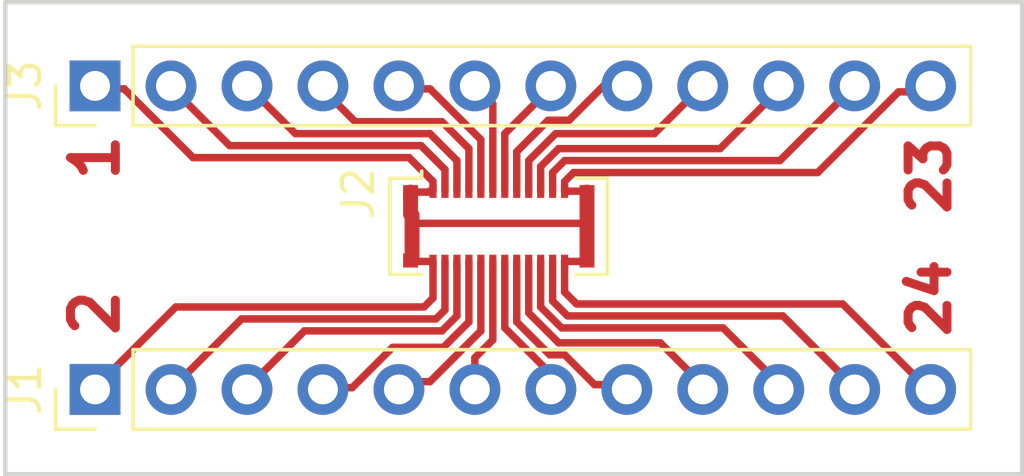
<source format=kicad_pcb>
(kicad_pcb (version 20171130) (host pcbnew 5.1.2+dfsg1-1)

  (general
    (thickness 1.6)
    (drawings 8)
    (tracks 111)
    (zones 0)
    (modules 3)
    (nets 22)
  )

  (page A4)
  (layers
    (0 F.Cu signal)
    (31 B.Cu signal)
    (32 B.Adhes user)
    (33 F.Adhes user)
    (34 B.Paste user)
    (35 F.Paste user)
    (36 B.SilkS user)
    (37 F.SilkS user)
    (38 B.Mask user)
    (39 F.Mask user)
    (40 Dwgs.User user)
    (41 Cmts.User user)
    (42 Eco1.User user)
    (43 Eco2.User user)
    (44 Edge.Cuts user)
    (45 Margin user)
    (46 B.CrtYd user)
    (47 F.CrtYd user)
    (48 B.Fab user)
    (49 F.Fab user)
  )

  (setup
    (last_trace_width 0.25)
    (user_trace_width 0.25)
    (user_trace_width 0.5)
    (trace_clearance 0.15)
    (zone_clearance 0.254)
    (zone_45_only no)
    (trace_min 0.2)
    (via_size 0.7)
    (via_drill 0.4)
    (via_min_size 0.4)
    (via_min_drill 0.3)
    (uvia_size 0.3)
    (uvia_drill 0.1)
    (uvias_allowed no)
    (uvia_min_size 0.2)
    (uvia_min_drill 0.1)
    (edge_width 0.15)
    (segment_width 0.2)
    (pcb_text_width 0.3)
    (pcb_text_size 1.5 1.5)
    (mod_edge_width 0.15)
    (mod_text_size 1 1)
    (mod_text_width 0.15)
    (pad_size 1.7 1.7)
    (pad_drill 1)
    (pad_to_mask_clearance 0.051)
    (solder_mask_min_width 0.25)
    (aux_axis_origin 0 0)
    (visible_elements FFFFFF7F)
    (pcbplotparams
      (layerselection 0x010a8_7fffffff)
      (usegerberextensions false)
      (usegerberattributes false)
      (usegerberadvancedattributes false)
      (creategerberjobfile false)
      (excludeedgelayer true)
      (linewidth 0.100000)
      (plotframeref false)
      (viasonmask false)
      (mode 1)
      (useauxorigin false)
      (hpglpennumber 1)
      (hpglpenspeed 20)
      (hpglpendiameter 15.000000)
      (psnegative false)
      (psa4output false)
      (plotreference true)
      (plotvalue true)
      (plotinvisibletext false)
      (padsonsilk false)
      (subtractmaskfromsilk false)
      (outputformat 1)
      (mirror false)
      (drillshape 0)
      (scaleselection 1)
      (outputdirectory "Gerber/"))
  )

  (net 0 "")
  (net 1 "Net-(J1-Pad4)")
  (net 2 "Net-(J1-Pad3)")
  (net 3 "Net-(J1-Pad2)")
  (net 4 "Net-(J1-Pad7)")
  (net 5 "Net-(J1-Pad10)")
  (net 6 "Net-(J1-Pad11)")
  (net 7 "Net-(J1-Pad9)")
  (net 8 "Net-(J2-Pad3)")
  (net 9 "Net-(J2-Pad5)")
  (net 10 "Net-(J2-Pad7)")
  (net 11 "Net-(J2-Pad9)")
  (net 12 "Net-(J2-Pad11)")
  (net 13 "Net-(J2-Pad13)")
  (net 14 "Net-(J2-Pad15)")
  (net 15 "Net-(J2-Pad17)")
  (net 16 "Net-(J2-Pad19)")
  (net 17 "Net-(J2-Pad21)")
  (net 18 "Net-(J1-Pad5)")
  (net 19 "Net-(J1-Pad6)")
  (net 20 "Net-(J1-Pad8)")
  (net 21 GND)

  (net_class Default "This is the default net class."
    (clearance 0.15)
    (trace_width 0.25)
    (via_dia 0.7)
    (via_drill 0.4)
    (uvia_dia 0.3)
    (uvia_drill 0.1)
    (add_net GND)
    (add_net "Net-(J1-Pad10)")
    (add_net "Net-(J1-Pad11)")
    (add_net "Net-(J1-Pad2)")
    (add_net "Net-(J1-Pad3)")
    (add_net "Net-(J1-Pad4)")
    (add_net "Net-(J1-Pad5)")
    (add_net "Net-(J1-Pad6)")
    (add_net "Net-(J1-Pad7)")
    (add_net "Net-(J1-Pad8)")
    (add_net "Net-(J1-Pad9)")
    (add_net "Net-(J2-Pad11)")
    (add_net "Net-(J2-Pad13)")
    (add_net "Net-(J2-Pad15)")
    (add_net "Net-(J2-Pad17)")
    (add_net "Net-(J2-Pad19)")
    (add_net "Net-(J2-Pad21)")
    (add_net "Net-(J2-Pad3)")
    (add_net "Net-(J2-Pad5)")
    (add_net "Net-(J2-Pad7)")
    (add_net "Net-(J2-Pad9)")
  )

  (net_class Power ""
    (clearance 0.15)
    (trace_width 0.5)
    (via_dia 0.8)
    (via_drill 0.4)
    (uvia_dia 0.3)
    (uvia_drill 0.1)
  )

  (module Connector_PinHeader_2.54mm:PinHeader_1x12_P2.54mm_Vertical (layer F.Cu) (tedit 59FED5CC) (tstamp 5CE6FC8A)
    (at 3 2.8 90)
    (descr "Through hole straight pin header, 1x12, 2.54mm pitch, single row")
    (tags "Through hole pin header THT 1x12 2.54mm single row")
    (path /5CE8028E)
    (fp_text reference J3 (at 0 -2.33 90) (layer F.SilkS)
      (effects (font (size 1 1) (thickness 0.15)))
    )
    (fp_text value Conn_01x12 (at 0 30.27 90) (layer F.Fab) hide
      (effects (font (size 1 1) (thickness 0.15)))
    )
    (fp_text user %R (at 0 13.97) (layer F.Fab)
      (effects (font (size 1 1) (thickness 0.15)))
    )
    (fp_line (start 1.8 -1.8) (end -1.8 -1.8) (layer F.CrtYd) (width 0.05))
    (fp_line (start 1.8 29.75) (end 1.8 -1.8) (layer F.CrtYd) (width 0.05))
    (fp_line (start -1.8 29.75) (end 1.8 29.75) (layer F.CrtYd) (width 0.05))
    (fp_line (start -1.8 -1.8) (end -1.8 29.75) (layer F.CrtYd) (width 0.05))
    (fp_line (start -1.33 -1.33) (end 0 -1.33) (layer F.SilkS) (width 0.12))
    (fp_line (start -1.33 0) (end -1.33 -1.33) (layer F.SilkS) (width 0.12))
    (fp_line (start -1.33 1.27) (end 1.33 1.27) (layer F.SilkS) (width 0.12))
    (fp_line (start 1.33 1.27) (end 1.33 29.27) (layer F.SilkS) (width 0.12))
    (fp_line (start -1.33 1.27) (end -1.33 29.27) (layer F.SilkS) (width 0.12))
    (fp_line (start -1.33 29.27) (end 1.33 29.27) (layer F.SilkS) (width 0.12))
    (fp_line (start -1.27 -0.635) (end -0.635 -1.27) (layer F.Fab) (width 0.1))
    (fp_line (start -1.27 29.21) (end -1.27 -0.635) (layer F.Fab) (width 0.1))
    (fp_line (start 1.27 29.21) (end -1.27 29.21) (layer F.Fab) (width 0.1))
    (fp_line (start 1.27 -1.27) (end 1.27 29.21) (layer F.Fab) (width 0.1))
    (fp_line (start -0.635 -1.27) (end 1.27 -1.27) (layer F.Fab) (width 0.1))
    (pad 12 thru_hole oval (at 0 27.94 90) (size 1.7 1.7) (drill 1) (layers *.Cu *.Mask)
      (net 21 GND))
    (pad 11 thru_hole oval (at 0 25.4 90) (size 1.7 1.7) (drill 1) (layers *.Cu *.Mask)
      (net 17 "Net-(J2-Pad21)"))
    (pad 10 thru_hole oval (at 0 22.86 90) (size 1.7 1.7) (drill 1) (layers *.Cu *.Mask)
      (net 16 "Net-(J2-Pad19)"))
    (pad 9 thru_hole oval (at 0 20.32 90) (size 1.7 1.7) (drill 1) (layers *.Cu *.Mask)
      (net 15 "Net-(J2-Pad17)"))
    (pad 8 thru_hole oval (at 0 17.78 90) (size 1.7 1.7) (drill 1) (layers *.Cu *.Mask)
      (net 14 "Net-(J2-Pad15)"))
    (pad 7 thru_hole oval (at 0 15.24 90) (size 1.7 1.7) (drill 1) (layers *.Cu *.Mask)
      (net 13 "Net-(J2-Pad13)"))
    (pad 6 thru_hole oval (at 0 12.7 90) (size 1.7 1.7) (drill 1) (layers *.Cu *.Mask)
      (net 12 "Net-(J2-Pad11)"))
    (pad 5 thru_hole oval (at 0 10.16 90) (size 1.7 1.7) (drill 1) (layers *.Cu *.Mask)
      (net 11 "Net-(J2-Pad9)"))
    (pad 4 thru_hole oval (at 0 7.62 90) (size 1.7 1.7) (drill 1) (layers *.Cu *.Mask)
      (net 10 "Net-(J2-Pad7)"))
    (pad 3 thru_hole oval (at 0 5.08 90) (size 1.7 1.7) (drill 1) (layers *.Cu *.Mask)
      (net 9 "Net-(J2-Pad5)"))
    (pad 2 thru_hole oval (at 0 2.54 90) (size 1.7 1.7) (drill 1) (layers *.Cu *.Mask)
      (net 8 "Net-(J2-Pad3)"))
    (pad 1 thru_hole rect (at 0 0 90) (size 1.7 1.7) (drill 1) (layers *.Cu *.Mask)
      (net 21 GND))
    (model ${KISYS3DMOD}/Connector_PinHeader_2.54mm.3dshapes/PinHeader_1x12_P2.54mm_Vertical.wrl
      (at (xyz 0 0 0))
      (scale (xyz 1 1 1))
      (rotate (xyz 0 0 0))
    )
  )

  (module Connector_PinHeader_2.54mm:PinHeader_1x12_P2.54mm_Vertical (layer F.Cu) (tedit 59FED5CC) (tstamp 5CE7068F)
    (at 3 12.96 90)
    (descr "Through hole straight pin header, 1x12, 2.54mm pitch, single row")
    (tags "Through hole pin header THT 1x12 2.54mm single row")
    (path /5CE7EFE1)
    (fp_text reference J1 (at 0 -2.33 90) (layer F.SilkS)
      (effects (font (size 1 1) (thickness 0.15)))
    )
    (fp_text value Conn_01x12 (at -1.94 28.7 90) (layer F.Fab) hide
      (effects (font (size 1 1) (thickness 0.15)))
    )
    (fp_text user %R (at 0 13.97) (layer F.Fab)
      (effects (font (size 1 1) (thickness 0.15)))
    )
    (fp_line (start 1.8 -1.8) (end -1.8 -1.8) (layer F.CrtYd) (width 0.05))
    (fp_line (start 1.8 29.75) (end 1.8 -1.8) (layer F.CrtYd) (width 0.05))
    (fp_line (start -1.8 29.75) (end 1.8 29.75) (layer F.CrtYd) (width 0.05))
    (fp_line (start -1.8 -1.8) (end -1.8 29.75) (layer F.CrtYd) (width 0.05))
    (fp_line (start -1.33 -1.33) (end 0 -1.33) (layer F.SilkS) (width 0.12))
    (fp_line (start -1.33 0) (end -1.33 -1.33) (layer F.SilkS) (width 0.12))
    (fp_line (start -1.33 1.27) (end 1.33 1.27) (layer F.SilkS) (width 0.12))
    (fp_line (start 1.33 1.27) (end 1.33 29.27) (layer F.SilkS) (width 0.12))
    (fp_line (start -1.33 1.27) (end -1.33 29.27) (layer F.SilkS) (width 0.12))
    (fp_line (start -1.33 29.27) (end 1.33 29.27) (layer F.SilkS) (width 0.12))
    (fp_line (start -1.27 -0.635) (end -0.635 -1.27) (layer F.Fab) (width 0.1))
    (fp_line (start -1.27 29.21) (end -1.27 -0.635) (layer F.Fab) (width 0.1))
    (fp_line (start 1.27 29.21) (end -1.27 29.21) (layer F.Fab) (width 0.1))
    (fp_line (start 1.27 -1.27) (end 1.27 29.21) (layer F.Fab) (width 0.1))
    (fp_line (start -0.635 -1.27) (end 1.27 -1.27) (layer F.Fab) (width 0.1))
    (pad 12 thru_hole oval (at 0 27.94 90) (size 1.7 1.7) (drill 1) (layers *.Cu *.Mask)
      (net 21 GND))
    (pad 11 thru_hole oval (at 0 25.4 90) (size 1.7 1.7) (drill 1) (layers *.Cu *.Mask)
      (net 6 "Net-(J1-Pad11)"))
    (pad 10 thru_hole oval (at 0 22.86 90) (size 1.7 1.7) (drill 1) (layers *.Cu *.Mask)
      (net 5 "Net-(J1-Pad10)"))
    (pad 9 thru_hole oval (at 0 20.32 90) (size 1.7 1.7) (drill 1) (layers *.Cu *.Mask)
      (net 7 "Net-(J1-Pad9)"))
    (pad 8 thru_hole oval (at 0 17.78 90) (size 1.7 1.7) (drill 1) (layers *.Cu *.Mask)
      (net 20 "Net-(J1-Pad8)"))
    (pad 7 thru_hole oval (at 0 15.24 90) (size 1.7 1.7) (drill 1) (layers *.Cu *.Mask)
      (net 4 "Net-(J1-Pad7)"))
    (pad 6 thru_hole oval (at 0 12.7 90) (size 1.7 1.7) (drill 1) (layers *.Cu *.Mask)
      (net 19 "Net-(J1-Pad6)"))
    (pad 5 thru_hole oval (at 0 10.16 90) (size 1.7 1.7) (drill 1) (layers *.Cu *.Mask)
      (net 18 "Net-(J1-Pad5)"))
    (pad 4 thru_hole oval (at 0 7.62 90) (size 1.7 1.7) (drill 1) (layers *.Cu *.Mask)
      (net 1 "Net-(J1-Pad4)"))
    (pad 3 thru_hole oval (at 0 5.08 90) (size 1.7 1.7) (drill 1) (layers *.Cu *.Mask)
      (net 2 "Net-(J1-Pad3)"))
    (pad 2 thru_hole oval (at 0 2.54 90) (size 1.7 1.7) (drill 1) (layers *.Cu *.Mask)
      (net 3 "Net-(J1-Pad2)"))
    (pad 1 thru_hole rect (at 0 0 90) (size 1.7 1.7) (drill 1) (layers *.Cu *.Mask)
      (net 21 GND))
    (model ${KISYS3DMOD}/Connector_PinHeader_2.54mm.3dshapes/PinHeader_1x12_P2.54mm_Vertical.wrl
      (at (xyz 0 0 0))
      (scale (xyz 1 1 1))
      (rotate (xyz 0 0 0))
    )
  )

  (module localstuff:Molex_SlimStack_503772-24 (layer F.Cu) (tedit 5CE19816) (tstamp 5CE701C7)
    (at 16.5 7.5)
    (descr "Molex SlimStack Fine-Pitch SMT Board-to-Board Connectors, 503772-2420, 24 Pins (http://www.molex.com/pdm_docs/sd/5037722420_sd.pdf), generated with kicad-footprint-generator")
    (tags "connector Molex SlimStack vertical")
    (path /5CC3E238)
    (attr smd)
    (fp_text reference J2 (at -4.7 -1.1 270) (layer F.SilkS)
      (effects (font (size 1 1) (thickness 0.15)))
    )
    (fp_text value Moat_Bus_wire (at -9.5 0) (layer F.Fab)
      (effects (font (size 1 1) (thickness 0.15)))
    )
    (fp_line (start 2.025 -0.95) (end 2.025 -0.22) (layer Dwgs.User) (width 0.02))
    (fp_line (start 2.025 -0.22) (end 2.375 -0.22) (layer Dwgs.User) (width 0.02))
    (fp_line (start 2.375 -0.22) (end 2.375 -0.95) (layer Dwgs.User) (width 0.02))
    (fp_line (start 2.375 -0.95) (end 2.025 -0.95) (layer Dwgs.User) (width 0.02))
    (fp_line (start 1.625 -0.95) (end 1.625 -0.22) (layer Dwgs.User) (width 0.02))
    (fp_line (start 1.625 -0.22) (end 1.975 -0.22) (layer Dwgs.User) (width 0.02))
    (fp_line (start 1.975 -0.22) (end 1.975 -0.95) (layer Dwgs.User) (width 0.02))
    (fp_line (start 1.975 -0.95) (end 1.625 -0.95) (layer Dwgs.User) (width 0.02))
    (fp_line (start 1.225 -0.95) (end 1.225 -0.22) (layer Dwgs.User) (width 0.02))
    (fp_line (start 1.225 -0.22) (end 1.575 -0.22) (layer Dwgs.User) (width 0.02))
    (fp_line (start 1.575 -0.22) (end 1.575 -0.95) (layer Dwgs.User) (width 0.02))
    (fp_line (start 1.575 -0.95) (end 1.225 -0.95) (layer Dwgs.User) (width 0.02))
    (fp_line (start 0.825 -0.95) (end 0.825 -0.22) (layer Dwgs.User) (width 0.02))
    (fp_line (start 0.825 -0.22) (end 1.175 -0.22) (layer Dwgs.User) (width 0.02))
    (fp_line (start 1.175 -0.22) (end 1.175 -0.95) (layer Dwgs.User) (width 0.02))
    (fp_line (start 1.175 -0.95) (end 0.825 -0.95) (layer Dwgs.User) (width 0.02))
    (fp_line (start 0.425 -0.95) (end 0.425 -0.22) (layer Dwgs.User) (width 0.02))
    (fp_line (start 0.425 -0.22) (end 0.775 -0.22) (layer Dwgs.User) (width 0.02))
    (fp_line (start 0.775 -0.22) (end 0.775 -0.95) (layer Dwgs.User) (width 0.02))
    (fp_line (start 0.775 -0.95) (end 0.425 -0.95) (layer Dwgs.User) (width 0.02))
    (fp_line (start 0.025 -0.95) (end 0.025 -0.22) (layer Dwgs.User) (width 0.02))
    (fp_line (start 0.025 -0.22) (end 0.375 -0.22) (layer Dwgs.User) (width 0.02))
    (fp_line (start 0.375 -0.22) (end 0.375 -0.95) (layer Dwgs.User) (width 0.02))
    (fp_line (start 0.375 -0.95) (end 0.025 -0.95) (layer Dwgs.User) (width 0.02))
    (fp_line (start -0.375 -0.95) (end -0.375 -0.22) (layer Dwgs.User) (width 0.02))
    (fp_line (start -0.375 -0.22) (end -0.025 -0.22) (layer Dwgs.User) (width 0.02))
    (fp_line (start -0.025 -0.22) (end -0.025 -0.95) (layer Dwgs.User) (width 0.02))
    (fp_line (start -0.025 -0.95) (end -0.375 -0.95) (layer Dwgs.User) (width 0.02))
    (fp_line (start -0.775 -0.95) (end -0.775 -0.22) (layer Dwgs.User) (width 0.02))
    (fp_line (start -0.775 -0.22) (end -0.425 -0.22) (layer Dwgs.User) (width 0.02))
    (fp_line (start -0.425 -0.22) (end -0.425 -0.95) (layer Dwgs.User) (width 0.02))
    (fp_line (start -0.425 -0.95) (end -0.775 -0.95) (layer Dwgs.User) (width 0.02))
    (fp_line (start -1.175 -0.95) (end -1.175 -0.22) (layer Dwgs.User) (width 0.02))
    (fp_line (start -1.175 -0.22) (end -0.825 -0.22) (layer Dwgs.User) (width 0.02))
    (fp_line (start -0.825 -0.22) (end -0.825 -0.95) (layer Dwgs.User) (width 0.02))
    (fp_line (start -0.825 -0.95) (end -1.175 -0.95) (layer Dwgs.User) (width 0.02))
    (fp_line (start -1.575 -0.95) (end -1.575 -0.22) (layer Dwgs.User) (width 0.02))
    (fp_line (start -1.575 -0.22) (end -1.225 -0.22) (layer Dwgs.User) (width 0.02))
    (fp_line (start -1.225 -0.22) (end -1.225 -0.95) (layer Dwgs.User) (width 0.02))
    (fp_line (start -1.225 -0.95) (end -1.575 -0.95) (layer Dwgs.User) (width 0.02))
    (fp_line (start -1.975 -0.95) (end -1.975 -0.22) (layer Dwgs.User) (width 0.02))
    (fp_line (start -1.975 -0.22) (end -1.625 -0.22) (layer Dwgs.User) (width 0.02))
    (fp_line (start -1.625 -0.22) (end -1.625 -0.95) (layer Dwgs.User) (width 0.02))
    (fp_line (start -1.625 -0.95) (end -1.975 -0.95) (layer Dwgs.User) (width 0.02))
    (fp_line (start -2.375 -0.95) (end -2.375 -0.22) (layer Dwgs.User) (width 0.02))
    (fp_line (start -2.375 -0.22) (end -2.025 -0.22) (layer Dwgs.User) (width 0.02))
    (fp_line (start -2.025 -0.22) (end -2.025 -0.95) (layer Dwgs.User) (width 0.02))
    (fp_line (start -2.025 -0.95) (end -2.375 -0.95) (layer Dwgs.User) (width 0.02))
    (fp_line (start 2.025 0.22) (end 2.025 0.95) (layer Dwgs.User) (width 0.02))
    (fp_line (start 2.025 0.95) (end 2.375 0.95) (layer Dwgs.User) (width 0.02))
    (fp_line (start 2.375 0.95) (end 2.375 0.22) (layer Dwgs.User) (width 0.02))
    (fp_line (start 2.375 0.22) (end 2.025 0.22) (layer Dwgs.User) (width 0.02))
    (fp_line (start 1.625 0.22) (end 1.625 0.95) (layer Dwgs.User) (width 0.02))
    (fp_line (start 1.625 0.95) (end 1.975 0.95) (layer Dwgs.User) (width 0.02))
    (fp_line (start 1.975 0.95) (end 1.975 0.22) (layer Dwgs.User) (width 0.02))
    (fp_line (start 1.975 0.22) (end 1.625 0.22) (layer Dwgs.User) (width 0.02))
    (fp_line (start 1.225 0.22) (end 1.225 0.95) (layer Dwgs.User) (width 0.02))
    (fp_line (start 1.225 0.95) (end 1.575 0.95) (layer Dwgs.User) (width 0.02))
    (fp_line (start 1.575 0.95) (end 1.575 0.22) (layer Dwgs.User) (width 0.02))
    (fp_line (start 1.575 0.22) (end 1.225 0.22) (layer Dwgs.User) (width 0.02))
    (fp_line (start 0.825 0.22) (end 0.825 0.95) (layer Dwgs.User) (width 0.02))
    (fp_line (start 0.825 0.95) (end 1.175 0.95) (layer Dwgs.User) (width 0.02))
    (fp_line (start 1.175 0.95) (end 1.175 0.22) (layer Dwgs.User) (width 0.02))
    (fp_line (start 1.175 0.22) (end 0.825 0.22) (layer Dwgs.User) (width 0.02))
    (fp_line (start 0.425 0.22) (end 0.425 0.95) (layer Dwgs.User) (width 0.02))
    (fp_line (start 0.425 0.95) (end 0.775 0.95) (layer Dwgs.User) (width 0.02))
    (fp_line (start 0.775 0.95) (end 0.775 0.22) (layer Dwgs.User) (width 0.02))
    (fp_line (start 0.775 0.22) (end 0.425 0.22) (layer Dwgs.User) (width 0.02))
    (fp_line (start 0.025 0.22) (end 0.025 0.95) (layer Dwgs.User) (width 0.02))
    (fp_line (start 0.025 0.95) (end 0.375 0.95) (layer Dwgs.User) (width 0.02))
    (fp_line (start 0.375 0.95) (end 0.375 0.22) (layer Dwgs.User) (width 0.02))
    (fp_line (start 0.375 0.22) (end 0.025 0.22) (layer Dwgs.User) (width 0.02))
    (fp_line (start -0.375 0.22) (end -0.375 0.95) (layer Dwgs.User) (width 0.02))
    (fp_line (start -0.375 0.95) (end -0.025 0.95) (layer Dwgs.User) (width 0.02))
    (fp_line (start -0.025 0.95) (end -0.025 0.22) (layer Dwgs.User) (width 0.02))
    (fp_line (start -0.025 0.22) (end -0.375 0.22) (layer Dwgs.User) (width 0.02))
    (fp_line (start -0.775 0.22) (end -0.775 0.95) (layer Dwgs.User) (width 0.02))
    (fp_line (start -0.775 0.95) (end -0.425 0.95) (layer Dwgs.User) (width 0.02))
    (fp_line (start -0.425 0.95) (end -0.425 0.22) (layer Dwgs.User) (width 0.02))
    (fp_line (start -0.425 0.22) (end -0.775 0.22) (layer Dwgs.User) (width 0.02))
    (fp_line (start -1.175 0.22) (end -1.175 0.95) (layer Dwgs.User) (width 0.02))
    (fp_line (start -1.175 0.95) (end -0.825 0.95) (layer Dwgs.User) (width 0.02))
    (fp_line (start -0.825 0.95) (end -0.825 0.22) (layer Dwgs.User) (width 0.02))
    (fp_line (start -0.825 0.22) (end -1.175 0.22) (layer Dwgs.User) (width 0.02))
    (fp_line (start -1.575 0.22) (end -1.575 0.95) (layer Dwgs.User) (width 0.02))
    (fp_line (start -1.575 0.95) (end -1.225 0.95) (layer Dwgs.User) (width 0.02))
    (fp_line (start -1.225 0.95) (end -1.225 0.22) (layer Dwgs.User) (width 0.02))
    (fp_line (start -1.225 0.22) (end -1.575 0.22) (layer Dwgs.User) (width 0.02))
    (fp_line (start -1.975 0.22) (end -1.975 0.95) (layer Dwgs.User) (width 0.02))
    (fp_line (start -1.975 0.95) (end -1.625 0.95) (layer Dwgs.User) (width 0.02))
    (fp_line (start -1.625 0.95) (end -1.625 0.22) (layer Dwgs.User) (width 0.02))
    (fp_line (start -1.625 0.22) (end -1.975 0.22) (layer Dwgs.User) (width 0.02))
    (fp_line (start -2.375 0.22) (end -2.375 0.95) (layer Dwgs.User) (width 0.02))
    (fp_line (start -2.375 0.95) (end -2.025 0.95) (layer Dwgs.User) (width 0.02))
    (fp_line (start -2.025 0.95) (end -2.025 0.22) (layer Dwgs.User) (width 0.02))
    (fp_line (start -2.025 0.22) (end -2.375 0.22) (layer Dwgs.User) (width 0.02))
    (fp_line (start -3.53 -1.5) (end -3.53 1.5) (layer F.Fab) (width 0.1))
    (fp_line (start -3.53 1.5) (end 3.53 1.5) (layer F.Fab) (width 0.1))
    (fp_line (start 3.53 1.5) (end 3.53 -1.5) (layer F.Fab) (width 0.1))
    (fp_line (start 3.53 -1.5) (end -3.53 -1.5) (layer F.Fab) (width 0.1))
    (fp_line (start -2.58 -1.5) (end -2.58 -1.85) (layer F.Fab) (width 0.1))
    (fp_line (start -2.58 1.61) (end -3.64 1.61) (layer F.SilkS) (width 0.12))
    (fp_line (start -3.64 1.61) (end -3.64 -1.61) (layer F.SilkS) (width 0.12))
    (fp_line (start -3.64 -1.61) (end -2.58 -1.61) (layer F.SilkS) (width 0.12))
    (fp_line (start -2.58 -1.61) (end -2.58 -1.85) (layer F.SilkS) (width 0.12))
    (fp_line (start 2.58 1.61) (end 3.64 1.61) (layer F.SilkS) (width 0.12))
    (fp_line (start 3.64 1.61) (end 3.64 -1.61) (layer F.SilkS) (width 0.12))
    (fp_line (start 3.64 -1.61) (end 2.58 -1.61) (layer F.SilkS) (width 0.12))
    (fp_line (start -4.03 -1.9) (end -4.03 1.9) (layer F.CrtYd) (width 0.05))
    (fp_line (start -4.03 1.9) (end 4.03 1.9) (layer F.CrtYd) (width 0.05))
    (fp_line (start 4.03 1.9) (end 4.03 -1.9) (layer F.CrtYd) (width 0.05))
    (fp_line (start 4.03 -1.9) (end -4.03 -1.9) (layer F.CrtYd) (width 0.05))
    (fp_text user KEEPOUT (at 2.2 -0.585 90) (layer Cmts.User)
      (effects (font (size 0.1 0.1) (thickness 0.015)))
    )
    (fp_text user KEEPOUT (at 1.8 -0.585 90) (layer Cmts.User)
      (effects (font (size 0.1 0.1) (thickness 0.015)))
    )
    (fp_text user KEEPOUT (at 1.4 -0.585 90) (layer Cmts.User)
      (effects (font (size 0.1 0.1) (thickness 0.015)))
    )
    (fp_text user KEEPOUT (at 1 -0.585 90) (layer Cmts.User)
      (effects (font (size 0.1 0.1) (thickness 0.015)))
    )
    (fp_text user KEEPOUT (at 0.6 -0.585 90) (layer Cmts.User)
      (effects (font (size 0.1 0.1) (thickness 0.015)))
    )
    (fp_text user KEEPOUT (at 0.2 -0.585 90) (layer Cmts.User)
      (effects (font (size 0.1 0.1) (thickness 0.015)))
    )
    (fp_text user KEEPOUT (at -0.2 -0.585 90) (layer Cmts.User)
      (effects (font (size 0.1 0.1) (thickness 0.015)))
    )
    (fp_text user KEEPOUT (at -0.6 -0.585 90) (layer Cmts.User)
      (effects (font (size 0.1 0.1) (thickness 0.015)))
    )
    (fp_text user KEEPOUT (at -1 -0.585 90) (layer Cmts.User)
      (effects (font (size 0.1 0.1) (thickness 0.015)))
    )
    (fp_text user KEEPOUT (at -1.4 -0.585 90) (layer Cmts.User)
      (effects (font (size 0.1 0.1) (thickness 0.015)))
    )
    (fp_text user KEEPOUT (at -1.8 -0.585 90) (layer Cmts.User)
      (effects (font (size 0.1 0.1) (thickness 0.015)))
    )
    (fp_text user KEEPOUT (at -2.2 -0.585 90) (layer Cmts.User)
      (effects (font (size 0.1 0.1) (thickness 0.015)))
    )
    (fp_text user KEEPOUT (at 2.2 0.585 90) (layer Cmts.User)
      (effects (font (size 0.1 0.1) (thickness 0.015)))
    )
    (fp_text user KEEPOUT (at 1.8 0.585 90) (layer Cmts.User)
      (effects (font (size 0.1 0.1) (thickness 0.015)))
    )
    (fp_text user KEEPOUT (at 1.4 0.585 90) (layer Cmts.User)
      (effects (font (size 0.1 0.1) (thickness 0.015)))
    )
    (fp_text user KEEPOUT (at 1 0.585 90) (layer Cmts.User)
      (effects (font (size 0.1 0.1) (thickness 0.015)))
    )
    (fp_text user KEEPOUT (at 0.6 0.585 90) (layer Cmts.User)
      (effects (font (size 0.1 0.1) (thickness 0.015)))
    )
    (fp_text user KEEPOUT (at 0.2 0.585 90) (layer Cmts.User)
      (effects (font (size 0.1 0.1) (thickness 0.015)))
    )
    (fp_text user KEEPOUT (at -0.2 0.585 90) (layer Cmts.User)
      (effects (font (size 0.1 0.1) (thickness 0.015)))
    )
    (fp_text user KEEPOUT (at -0.6 0.585 90) (layer Cmts.User)
      (effects (font (size 0.1 0.1) (thickness 0.015)))
    )
    (fp_text user KEEPOUT (at -1 0.585 90) (layer Cmts.User)
      (effects (font (size 0.1 0.1) (thickness 0.015)))
    )
    (fp_text user KEEPOUT (at -1.4 0.585 90) (layer Cmts.User)
      (effects (font (size 0.1 0.1) (thickness 0.015)))
    )
    (fp_text user KEEPOUT (at -1.8 0.585 90) (layer Cmts.User)
      (effects (font (size 0.1 0.1) (thickness 0.015)))
    )
    (fp_text user KEEPOUT (at -2.2 0.585 90) (layer Cmts.User)
      (effects (font (size 0.1 0.1) (thickness 0.015)))
    )
    (fp_text user %R (at 0 0) (layer F.Fab)
      (effects (font (size 1 1) (thickness 0.15)))
    )
    (pad 1 smd rect (at -2.2 -1.175) (size 0.24 0.45) (layers F.Cu F.Paste F.Mask)
      (net 21 GND))
    (pad 3 smd rect (at -1.8 -1.175) (size 0.24 0.45) (layers F.Cu F.Paste F.Mask)
      (net 8 "Net-(J2-Pad3)"))
    (pad 5 smd rect (at -1.4 -1.175) (size 0.24 0.45) (layers F.Cu F.Paste F.Mask)
      (net 9 "Net-(J2-Pad5)"))
    (pad 7 smd rect (at -1 -1.175) (size 0.24 0.45) (layers F.Cu F.Paste F.Mask)
      (net 10 "Net-(J2-Pad7)"))
    (pad 9 smd rect (at -0.6 -1.175) (size 0.24 0.45) (layers F.Cu F.Paste F.Mask)
      (net 11 "Net-(J2-Pad9)"))
    (pad 11 smd rect (at -0.2 -1.175) (size 0.24 0.45) (layers F.Cu F.Paste F.Mask)
      (net 12 "Net-(J2-Pad11)"))
    (pad 13 smd rect (at 0.2 -1.175) (size 0.24 0.45) (layers F.Cu F.Paste F.Mask)
      (net 13 "Net-(J2-Pad13)"))
    (pad 15 smd rect (at 0.6 -1.175) (size 0.24 0.45) (layers F.Cu F.Paste F.Mask)
      (net 14 "Net-(J2-Pad15)"))
    (pad 17 smd rect (at 1 -1.175) (size 0.24 0.45) (layers F.Cu F.Paste F.Mask)
      (net 15 "Net-(J2-Pad17)"))
    (pad 19 smd rect (at 1.4 -1.175) (size 0.24 0.45) (layers F.Cu F.Paste F.Mask)
      (net 16 "Net-(J2-Pad19)"))
    (pad 21 smd rect (at 1.8 -1.175) (size 0.24 0.45) (layers F.Cu F.Paste F.Mask)
      (net 17 "Net-(J2-Pad21)"))
    (pad 23 smd rect (at 2.2 -1.175) (size 0.24 0.45) (layers F.Cu F.Paste F.Mask)
      (net 21 GND))
    (pad 2 smd rect (at -2.2 1.175) (size 0.24 0.45) (layers F.Cu F.Paste F.Mask)
      (net 21 GND))
    (pad 4 smd rect (at -1.8 1.175) (size 0.24 0.45) (layers F.Cu F.Paste F.Mask)
      (net 3 "Net-(J1-Pad2)"))
    (pad 6 smd rect (at -1.4 1.175) (size 0.24 0.45) (layers F.Cu F.Paste F.Mask)
      (net 2 "Net-(J1-Pad3)"))
    (pad 8 smd rect (at -1 1.175) (size 0.24 0.45) (layers F.Cu F.Paste F.Mask)
      (net 1 "Net-(J1-Pad4)"))
    (pad 10 smd rect (at -0.6 1.175) (size 0.24 0.45) (layers F.Cu F.Paste F.Mask)
      (net 18 "Net-(J1-Pad5)"))
    (pad 12 smd rect (at -0.2 1.175) (size 0.24 0.45) (layers F.Cu F.Paste F.Mask)
      (net 19 "Net-(J1-Pad6)"))
    (pad 14 smd rect (at 0.2 1.175) (size 0.24 0.45) (layers F.Cu F.Paste F.Mask)
      (net 4 "Net-(J1-Pad7)"))
    (pad 16 smd rect (at 0.6 1.175) (size 0.24 0.45) (layers F.Cu F.Paste F.Mask)
      (net 20 "Net-(J1-Pad8)"))
    (pad 18 smd rect (at 1 1.175) (size 0.24 0.45) (layers F.Cu F.Paste F.Mask)
      (net 7 "Net-(J1-Pad9)"))
    (pad 20 smd rect (at 1.4 1.175) (size 0.24 0.45) (layers F.Cu F.Paste F.Mask)
      (net 5 "Net-(J1-Pad10)"))
    (pad 22 smd rect (at 1.8 1.175) (size 0.24 0.45) (layers F.Cu F.Paste F.Mask)
      (net 6 "Net-(J1-Pad11)"))
    (pad 24 smd rect (at 2.2 1.175) (size 0.24 0.45) (layers F.Cu F.Paste F.Mask)
      (net 21 GND))
    (pad MP smd rect (at 2.95 1.145) (size 0.5 0.47) (layers F.Cu F.Paste F.Mask)
      (net 21 GND))
    (pad MP smd rect (at 2.95 -1.145) (size 0.5 0.47) (layers F.Cu F.Paste F.Mask)
      (net 21 GND))
    (pad MP smd rect (at -2.95 -1.145) (size 0.5 0.47) (layers F.Cu F.Paste F.Mask)
      (net 21 GND))
    (pad MP smd rect (at -2.95 1.145) (size 0.5 0.47) (layers F.Cu F.Paste F.Mask)
      (net 21 GND))
    (model ${KISYS3DMOD}/Connector_Molex.3dshapes/Molex_SlimStack_503772-2420_2x12_P0.40mm_Vertical.wrl
      (at (xyz 0 0 0))
      (scale (xyz 1 1 1))
      (rotate (xyz 0 0 0))
    )
  )

  (gr_line (start 34 0) (end 0 0) (layer Edge.Cuts) (width 0.15) (tstamp 5CE70063))
  (gr_line (start 34 15.8) (end 34 0) (layer Edge.Cuts) (width 0.15))
  (gr_line (start 0 15.8) (end 34 15.8) (layer Edge.Cuts) (width 0.15))
  (gr_line (start 0 0) (end 0 15.8) (layer Edge.Cuts) (width 0.15) (tstamp 5CE706CE))
  (gr_text "23\n" (at 30.9 5.8 90) (layer F.Cu) (tstamp 5CE70BD9)
    (effects (font (size 1.3 1.3) (thickness 0.3)))
  )
  (gr_text 24 (at 30.9 9.9 90) (layer F.Cu) (tstamp 5CE70629)
    (effects (font (size 1.3 1.3) (thickness 0.3)))
  )
  (gr_text 2 (at 3 10.4 90) (layer F.Cu) (tstamp 5CE70626)
    (effects (font (size 1.5 1.5) (thickness 0.3)))
  )
  (gr_text 1 (at 3 5.2 90) (layer F.Cu) (tstamp 5CE70BE3)
    (effects (font (size 1.5 1.5) (thickness 0.3)))
  )

  (segment (start 12.95 11.55) (end 11.6 12.9) (width 0.25) (layer F.Cu) (net 1) (tstamp 5CE705DB))
  (segment (start 14.65 11.55) (end 12.95 11.55) (width 0.25) (layer F.Cu) (net 1) (tstamp 5CE7065C))
  (segment (start 11.6 12.9) (end 10.9 12.9) (width 0.25) (layer F.Cu) (net 1) (tstamp 5CE7065F))
  (segment (start 15.5 10.7) (end 14.65 11.55) (width 0.25) (layer F.Cu) (net 1) (tstamp 5CE7064A))
  (segment (start 15.5 8.675) (end 15.5 10.7) (width 0.25) (layer F.Cu) (net 1))
  (segment (start 14.6 11) (end 10 11) (width 0.25) (layer F.Cu) (net 2) (tstamp 5CE70656))
  (segment (start 10 11) (end 8.1 12.9) (width 0.25) (layer F.Cu) (net 2) (tstamp 5CE70650))
  (segment (start 15.1 10.5) (end 14.6 11) (width 0.25) (layer F.Cu) (net 2) (tstamp 5CE7066E))
  (segment (start 15.1 8.675) (end 15.1 10.5) (width 0.25) (layer F.Cu) (net 2))
  (segment (start 7.9 10.6) (end 5.5 13) (width 0.25) (layer F.Cu) (net 3) (tstamp 5CE70647))
  (segment (start 14.4 10.6) (end 7.9 10.6) (width 0.25) (layer F.Cu) (net 3) (tstamp 5CE70644))
  (segment (start 14.7 10.3) (end 14.4 10.6) (width 0.25) (layer F.Cu) (net 3) (tstamp 5CE7063E))
  (segment (start 14.7 8.675) (end 14.7 10.3) (width 0.25) (layer F.Cu) (net 3))
  (segment (start 18.1 12.3) (end 18.1 12.9) (width 0.25) (layer F.Cu) (net 4) (tstamp 5CE705E7))
  (segment (start 16.7 10.9) (end 18.1 12.3) (width 0.25) (layer F.Cu) (net 4) (tstamp 5CE705E1))
  (segment (start 16.7 8.675) (end 16.7 10.9) (width 0.25) (layer F.Cu) (net 4))
  (segment (start 18.6 10.9) (end 24 10.9) (width 0.25) (layer F.Cu) (net 5) (tstamp 5CE705DE))
  (segment (start 24 10.9) (end 26 12.9) (width 0.25) (layer F.Cu) (net 5) (tstamp 5CE70605))
  (segment (start 17.9 10.2) (end 18.6 10.9) (width 0.25) (layer F.Cu) (net 5) (tstamp 5CE705F0))
  (segment (start 17.9 8.675) (end 17.9 10.2) (width 0.25) (layer F.Cu) (net 5))
  (segment (start 18.8 10.5) (end 26 10.5) (width 0.25) (layer F.Cu) (net 6) (tstamp 5CE705ED))
  (segment (start 26 10.5) (end 28.4 12.9) (width 0.25) (layer F.Cu) (net 6) (tstamp 5CE705EA))
  (segment (start 18.3 10) (end 18.8 10.5) (width 0.25) (layer F.Cu) (net 6) (tstamp 5CE70614))
  (segment (start 18.3 8.675) (end 18.3 10) (width 0.25) (layer F.Cu) (net 6))
  (segment (start 18.5 11.4) (end 21.9 11.4) (width 0.25) (layer F.Cu) (net 7) (tstamp 5CE70611))
  (segment (start 21.9 11.4) (end 23.3 12.8) (width 0.25) (layer F.Cu) (net 7) (tstamp 5CE7060E))
  (segment (start 17.5 10.4) (end 18.5 11.4) (width 0.25) (layer F.Cu) (net 7) (tstamp 5CE70608))
  (segment (start 17.5 8.675) (end 17.5 10.3) (width 0.25) (layer F.Cu) (net 7))
  (segment (start 13.9 4.8) (end 7.5 4.8) (width 0.25) (layer F.Cu) (net 8))
  (segment (start 7.5 4.8) (end 5.6 2.9) (width 0.25) (layer F.Cu) (net 8))
  (segment (start 14.7 5.6) (end 13.9 4.8) (width 0.25) (layer F.Cu) (net 8))
  (segment (start 14.7 6.325) (end 14.7 5.6) (width 0.25) (layer F.Cu) (net 8))
  (segment (start 14.2 4.4) (end 9.7 4.4) (width 0.25) (layer F.Cu) (net 9))
  (segment (start 9.7 4.4) (end 8.2 2.9) (width 0.25) (layer F.Cu) (net 9))
  (segment (start 15.1 5.3) (end 14.2 4.4) (width 0.25) (layer F.Cu) (net 9))
  (segment (start 15.1 6.325) (end 15.1 5.3) (width 0.25) (layer F.Cu) (net 9))
  (segment (start 14.6 4) (end 11.7 4) (width 0.25) (layer F.Cu) (net 10))
  (segment (start 11.7 4) (end 10.4 2.7) (width 0.25) (layer F.Cu) (net 10))
  (segment (start 15.5 4.9) (end 14.6 4) (width 0.25) (layer F.Cu) (net 10))
  (segment (start 15.5 6.325) (end 15.5 4.9) (width 0.25) (layer F.Cu) (net 10))
  (segment (start 14.2 2.9) (end 13.3 2.9) (width 0.25) (layer F.Cu) (net 11))
  (segment (start 15.9 4.6) (end 14.2 2.9) (width 0.25) (layer F.Cu) (net 11))
  (segment (start 15.9 6.325) (end 15.9 4.6) (width 0.25) (layer F.Cu) (net 11))
  (segment (start 16.3 3.4) (end 15.7 2.8) (width 0.25) (layer F.Cu) (net 12))
  (segment (start 16.3 6.325) (end 16.3 3.4) (width 0.25) (layer F.Cu) (net 12))
  (segment (start 16.7 4.4) (end 18.3 2.8) (width 0.25) (layer F.Cu) (net 13))
  (segment (start 16.7 6.325) (end 16.7 4.4) (width 0.25) (layer F.Cu) (net 13))
  (segment (start 18.85 3.95) (end 20 2.8) (width 0.25) (layer F.Cu) (net 14))
  (segment (start 18.15 3.95) (end 18.85 3.95) (width 0.25) (layer F.Cu) (net 14))
  (segment (start 17.1 5) (end 18.15 3.95) (width 0.25) (layer F.Cu) (net 14))
  (segment (start 20 2.8) (end 20.7 2.8) (width 0.25) (layer F.Cu) (net 14))
  (segment (start 17.1 6.325) (end 17.1 5) (width 0.25) (layer F.Cu) (net 14))
  (segment (start 21.7 4.4) (end 23.2 2.9) (width 0.25) (layer F.Cu) (net 15))
  (segment (start 18.4 4.4) (end 21.7 4.4) (width 0.25) (layer F.Cu) (net 15))
  (segment (start 17.5 5.3) (end 18.4 4.4) (width 0.25) (layer F.Cu) (net 15))
  (segment (start 17.5 6.325) (end 17.5 5.3) (width 0.25) (layer F.Cu) (net 15))
  (segment (start 23.9 4.9) (end 25.9 2.9) (width 0.25) (layer F.Cu) (net 16))
  (segment (start 18.5 4.9) (end 23.9 4.9) (width 0.25) (layer F.Cu) (net 16))
  (segment (start 17.9 5.5) (end 18.5 4.9) (width 0.25) (layer F.Cu) (net 16))
  (segment (start 17.9 6.325) (end 17.9 5.5) (width 0.25) (layer F.Cu) (net 16))
  (segment (start 28.4 2.8) (end 28.4 2.7) (width 0.25) (layer F.Cu) (net 17))
  (segment (start 18.7 5.3) (end 25.9 5.3) (width 0.25) (layer F.Cu) (net 17))
  (segment (start 25.9 5.3) (end 28.4 2.8) (width 0.25) (layer F.Cu) (net 17))
  (segment (start 18.3 5.7) (end 18.7 5.3) (width 0.25) (layer F.Cu) (net 17))
  (segment (start 18.3 6.325) (end 18.3 5.7) (width 0.25) (layer F.Cu) (net 17))
  (segment (start 14.2 12.7) (end 13.3 12.7) (width 0.25) (layer F.Cu) (net 18) (tstamp 5CE70623))
  (segment (start 15.9 11) (end 14.2 12.7) (width 0.25) (layer F.Cu) (net 18) (tstamp 5CE7061D))
  (segment (start 15.9 8.675) (end 15.9 11) (width 0.25) (layer F.Cu) (net 18))
  (segment (start 15.7 11.9) (end 15.7 12.9) (width 0.25) (layer F.Cu) (net 19) (tstamp 5CE7061A))
  (segment (start 16.3 11.3) (end 15.7 11.9) (width 0.25) (layer F.Cu) (net 19) (tstamp 5CE70635))
  (segment (start 16.3 8.675) (end 16.3 11.3) (width 0.25) (layer F.Cu) (net 19))
  (segment (start 18.7 11.8) (end 19.7 12.8) (width 0.25) (layer F.Cu) (net 20) (tstamp 5CE70632))
  (segment (start 18.2 11.8) (end 18.7 11.8) (width 0.25) (layer F.Cu) (net 20) (tstamp 5CE7062F))
  (segment (start 19.7 12.8) (end 20.6 12.8) (width 0.25) (layer F.Cu) (net 20) (tstamp 5CE7062C))
  (segment (start 17.1 10.7) (end 18.2 11.8) (width 0.25) (layer F.Cu) (net 20) (tstamp 5CE705FF))
  (segment (start 17.1 8.675) (end 17.1 10.7) (width 0.25) (layer F.Cu) (net 20))
  (segment (start 5.7 10.2) (end 3.2 12.7) (width 0.25) (layer F.Cu) (net 21) (tstamp 5CE7063B))
  (segment (start 3.2 12.7) (end 3.2 13) (width 0.25) (layer F.Cu) (net 21) (tstamp 5CE70668))
  (segment (start 14 10.2) (end 5.7 10.2) (width 0.25) (layer F.Cu) (net 21) (tstamp 5CE70665))
  (segment (start 14.3 9.9) (end 14 10.2) (width 0.25) (layer F.Cu) (net 21) (tstamp 5CE70638))
  (segment (start 6.274998 5.2) (end 3.974998 2.9) (width 0.25) (layer F.Cu) (net 21))
  (segment (start 3.974998 2.9) (end 3 2.9) (width 0.25) (layer F.Cu) (net 21))
  (segment (start 13.5 5.2) (end 6.274998 5.2) (width 0.25) (layer F.Cu) (net 21))
  (segment (start 14.3 6) (end 13.5 5.2) (width 0.25) (layer F.Cu) (net 21))
  (segment (start 19 5.7) (end 27.165002 5.7) (width 0.25) (layer F.Cu) (net 21))
  (segment (start 29.865002 3) (end 30.9 3) (width 0.25) (layer F.Cu) (net 21))
  (segment (start 27.165002 5.7) (end 29.865002 3) (width 0.25) (layer F.Cu) (net 21))
  (segment (start 18.7 6) (end 19 5.7) (width 0.25) (layer F.Cu) (net 21))
  (segment (start 19.1 10.1) (end 28 10.1) (width 0.25) (layer F.Cu) (net 21) (tstamp 5CE705FC))
  (segment (start 28 10.1) (end 30.8 12.9) (width 0.25) (layer F.Cu) (net 21) (tstamp 5CE705F6))
  (segment (start 18.7 9.7) (end 19.1 10.1) (width 0.25) (layer F.Cu) (net 21) (tstamp 5CE70715))
  (segment (start 13.55 7.09) (end 13.6 7.14) (width 0.5) (layer F.Cu) (net 21) (tstamp 5CE6FC84))
  (segment (start 13.55 6.355) (end 13.55 7.09) (width 0.5) (layer F.Cu) (net 21) (tstamp 5CE6FC81))
  (segment (start 13.55 6.355) (end 14.155 6.355) (width 0.25) (layer F.Cu) (net 21) (tstamp 5CE6FC7E))
  (segment (start 14.3 8.675) (end 13.675 8.675) (width 0.25) (layer F.Cu) (net 21) (tstamp 5CE6FC7B))
  (segment (start 14.185 6.325) (end 14.155 6.355) (width 0.25) (layer F.Cu) (net 21) (tstamp 5CE6FC60))
  (segment (start 14.3 6.325) (end 14.185 6.325) (width 0.25) (layer F.Cu) (net 21) (tstamp 5CE6FC5D))
  (segment (start 18.7 6.325) (end 19.325 6.325) (width 0.25) (layer F.Cu) (net 21) (tstamp 5CE6FC5A))
  (segment (start 19.325 6.325) (end 19.4 6.4) (width 0.25) (layer F.Cu) (net 21) (tstamp 5CE6FC57))
  (segment (start 18.7 8.675) (end 19.325 8.675) (width 0.25) (layer F.Cu) (net 21) (tstamp 5CE6FC54))
  (segment (start 19.325 8.675) (end 19.4 8.6) (width 0.25) (layer F.Cu) (net 21) (tstamp 5CE6FC51))
  (segment (start 19.3 7.4) (end 19.45 7.25) (width 0.25) (layer F.Cu) (net 21) (tstamp 5CE6FC78))
  (segment (start 13.6 7.4) (end 19.3 7.4) (width 0.25) (layer F.Cu) (net 21) (tstamp 5CE6FC75))
  (segment (start 13.6 7.4) (end 13.6 8.6) (width 0.5) (layer F.Cu) (net 21) (tstamp 5CE6FC72))
  (segment (start 13.6 7.14) (end 13.6 7.4) (width 0.5) (layer F.Cu) (net 21) (tstamp 5CE6FC6F))
  (segment (start 19.45 7.25) (end 19.45 8.45) (width 0.5) (layer F.Cu) (net 21) (tstamp 5CE6FC6C))
  (segment (start 19.45 6.355) (end 19.45 7.25) (width 0.5) (layer F.Cu) (net 21) (tstamp 5CE6FC69))
  (segment (start 18.7 8.675) (end 18.7 9.7) (width 0.25) (layer F.Cu) (net 21))
  (segment (start 14.3 8.675) (end 14.3 9.9) (width 0.25) (layer F.Cu) (net 21))
  (segment (start 14.3 6) (end 14.3 6.3) (width 0.25) (layer F.Cu) (net 21))
  (segment (start 18.7 6.325) (end 18.7 6.1) (width 0.25) (layer F.Cu) (net 21))

)

</source>
